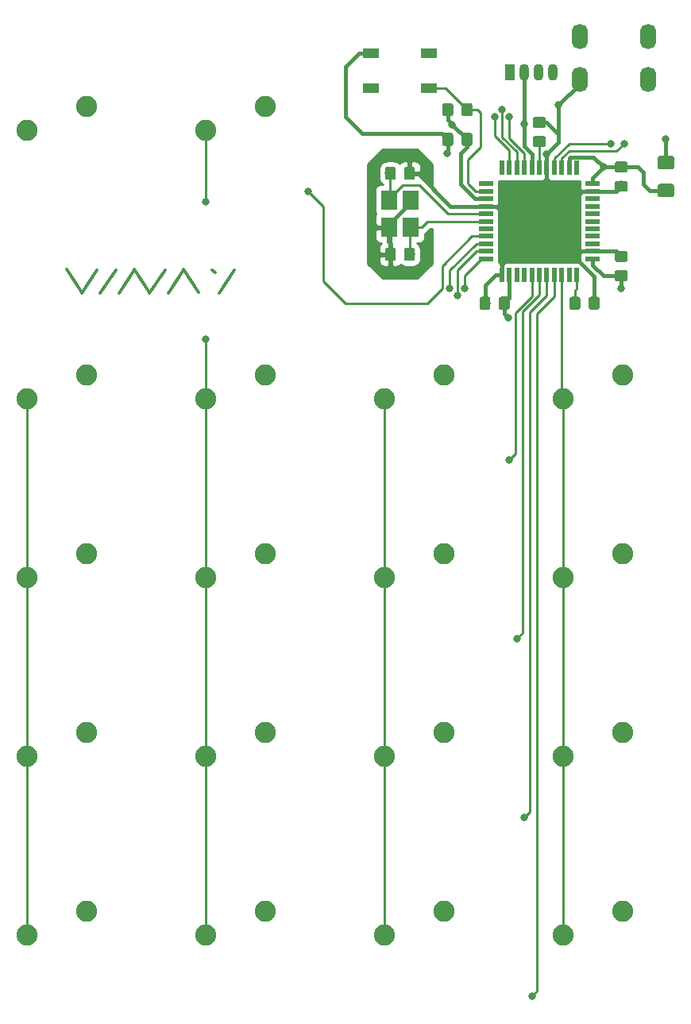
<source format=gtl>
G04 #@! TF.GenerationSoftware,KiCad,Pcbnew,(5.1.2)-2*
G04 #@! TF.CreationDate,2019-08-16T13:43:52-05:00*
G04 #@! TF.ProjectId,rootpad,726f6f74-7061-4642-9e6b-696361645f70,rev?*
G04 #@! TF.SameCoordinates,Original*
G04 #@! TF.FileFunction,Copper,L1,Top*
G04 #@! TF.FilePolarity,Positive*
%FSLAX46Y46*%
G04 Gerber Fmt 4.6, Leading zero omitted, Abs format (unit mm)*
G04 Created by KiCad (PCBNEW (5.1.2)-2) date 2019-08-16 13:43:52*
%MOMM*%
%LPD*%
G04 APERTURE LIST*
%ADD10C,0.350000*%
%ADD11O,1.070000X1.800000*%
%ADD12R,1.070000X1.800000*%
%ADD13R,1.800000X1.100000*%
%ADD14O,1.700000X2.700000*%
%ADD15R,1.800000X2.100000*%
%ADD16R,1.500000X0.550000*%
%ADD17R,0.550000X1.500000*%
%ADD18C,0.100000*%
%ADD19C,1.150000*%
%ADD20C,2.250000*%
%ADD21C,1.425000*%
%ADD22C,0.800000*%
%ADD23C,0.381000*%
%ADD24C,0.254000*%
G04 APERTURE END LIST*
D10*
X130561904Y-72597321D02*
X132190476Y-75040178D01*
X133819047Y-72687797D02*
X132190476Y-75130654D01*
X135809523Y-72687797D02*
X134180952Y-75130654D01*
X137800000Y-72687797D02*
X136171428Y-75130654D01*
X137800000Y-72597321D02*
X139428571Y-75040178D01*
X141057142Y-72687797D02*
X139428571Y-75130654D01*
X143047619Y-72687797D02*
X141419047Y-75130654D01*
X143047619Y-72597321D02*
X144676190Y-75040178D01*
X146123809Y-72687797D02*
X146395238Y-72959226D01*
X148476190Y-72687797D02*
X146847619Y-75130654D01*
D11*
X182435500Y-51562000D03*
X180911500Y-51562000D03*
X179387500Y-51562000D03*
D12*
X177863500Y-51562000D03*
D13*
X163016000Y-49585000D03*
X169216000Y-53285000D03*
X163016000Y-53285000D03*
X169216000Y-49585000D03*
D14*
X185262500Y-47815500D03*
X192562500Y-47815500D03*
X192562500Y-52315500D03*
X185262500Y-52315500D03*
D15*
X164966000Y-68125000D03*
X164966000Y-65225000D03*
X167266000Y-65225000D03*
X167266000Y-68125000D03*
D16*
X186676270Y-63470020D03*
X186676270Y-64270020D03*
X186676270Y-65070020D03*
X186676270Y-65870020D03*
X186676270Y-66670020D03*
X186676270Y-67470020D03*
X186676270Y-68270020D03*
X186676270Y-69070020D03*
X186676270Y-69870020D03*
X186676270Y-70670020D03*
X186676270Y-71470020D03*
D17*
X184976270Y-73170020D03*
X184176270Y-73170020D03*
X183376270Y-73170020D03*
X182576270Y-73170020D03*
X181776270Y-73170020D03*
X180976270Y-73170020D03*
X180176270Y-73170020D03*
X179376270Y-73170020D03*
X178576270Y-73170020D03*
X177776270Y-73170020D03*
X176976270Y-73170020D03*
D16*
X175276270Y-71470020D03*
X175276270Y-70670020D03*
X175276270Y-69870020D03*
X175276270Y-69070020D03*
X175276270Y-68270020D03*
X175276270Y-67470020D03*
X175276270Y-66670020D03*
X175276270Y-65870020D03*
X175276270Y-65070020D03*
X175276270Y-64270020D03*
X175276270Y-63470020D03*
D17*
X176976270Y-61770020D03*
X177776270Y-61770020D03*
X178576270Y-61770020D03*
X179376270Y-61770020D03*
X180176270Y-61770020D03*
X180976270Y-61770020D03*
X181776270Y-61770020D03*
X182576270Y-61770020D03*
X183376270Y-61770020D03*
X184176270Y-61770020D03*
X184976270Y-61770020D03*
D18*
G36*
X185117775Y-75502474D02*
G01*
X185142043Y-75506074D01*
X185165842Y-75512035D01*
X185188941Y-75520300D01*
X185211120Y-75530790D01*
X185232163Y-75543402D01*
X185251869Y-75558017D01*
X185270047Y-75574493D01*
X185286523Y-75592671D01*
X185301138Y-75612377D01*
X185313750Y-75633420D01*
X185324240Y-75655599D01*
X185332505Y-75678698D01*
X185338466Y-75702497D01*
X185342066Y-75726765D01*
X185343270Y-75751269D01*
X185343270Y-76651271D01*
X185342066Y-76675775D01*
X185338466Y-76700043D01*
X185332505Y-76723842D01*
X185324240Y-76746941D01*
X185313750Y-76769120D01*
X185301138Y-76790163D01*
X185286523Y-76809869D01*
X185270047Y-76828047D01*
X185251869Y-76844523D01*
X185232163Y-76859138D01*
X185211120Y-76871750D01*
X185188941Y-76882240D01*
X185165842Y-76890505D01*
X185142043Y-76896466D01*
X185117775Y-76900066D01*
X185093271Y-76901270D01*
X184443269Y-76901270D01*
X184418765Y-76900066D01*
X184394497Y-76896466D01*
X184370698Y-76890505D01*
X184347599Y-76882240D01*
X184325420Y-76871750D01*
X184304377Y-76859138D01*
X184284671Y-76844523D01*
X184266493Y-76828047D01*
X184250017Y-76809869D01*
X184235402Y-76790163D01*
X184222790Y-76769120D01*
X184212300Y-76746941D01*
X184204035Y-76723842D01*
X184198074Y-76700043D01*
X184194474Y-76675775D01*
X184193270Y-76651271D01*
X184193270Y-75751269D01*
X184194474Y-75726765D01*
X184198074Y-75702497D01*
X184204035Y-75678698D01*
X184212300Y-75655599D01*
X184222790Y-75633420D01*
X184235402Y-75612377D01*
X184250017Y-75592671D01*
X184266493Y-75574493D01*
X184284671Y-75558017D01*
X184304377Y-75543402D01*
X184325420Y-75530790D01*
X184347599Y-75520300D01*
X184370698Y-75512035D01*
X184394497Y-75506074D01*
X184418765Y-75502474D01*
X184443269Y-75501270D01*
X185093271Y-75501270D01*
X185117775Y-75502474D01*
X185117775Y-75502474D01*
G37*
D19*
X184768270Y-76201270D03*
D18*
G36*
X187167775Y-75502474D02*
G01*
X187192043Y-75506074D01*
X187215842Y-75512035D01*
X187238941Y-75520300D01*
X187261120Y-75530790D01*
X187282163Y-75543402D01*
X187301869Y-75558017D01*
X187320047Y-75574493D01*
X187336523Y-75592671D01*
X187351138Y-75612377D01*
X187363750Y-75633420D01*
X187374240Y-75655599D01*
X187382505Y-75678698D01*
X187388466Y-75702497D01*
X187392066Y-75726765D01*
X187393270Y-75751269D01*
X187393270Y-76651271D01*
X187392066Y-76675775D01*
X187388466Y-76700043D01*
X187382505Y-76723842D01*
X187374240Y-76746941D01*
X187363750Y-76769120D01*
X187351138Y-76790163D01*
X187336523Y-76809869D01*
X187320047Y-76828047D01*
X187301869Y-76844523D01*
X187282163Y-76859138D01*
X187261120Y-76871750D01*
X187238941Y-76882240D01*
X187215842Y-76890505D01*
X187192043Y-76896466D01*
X187167775Y-76900066D01*
X187143271Y-76901270D01*
X186493269Y-76901270D01*
X186468765Y-76900066D01*
X186444497Y-76896466D01*
X186420698Y-76890505D01*
X186397599Y-76882240D01*
X186375420Y-76871750D01*
X186354377Y-76859138D01*
X186334671Y-76844523D01*
X186316493Y-76828047D01*
X186300017Y-76809869D01*
X186285402Y-76790163D01*
X186272790Y-76769120D01*
X186262300Y-76746941D01*
X186254035Y-76723842D01*
X186248074Y-76700043D01*
X186244474Y-76675775D01*
X186243270Y-76651271D01*
X186243270Y-75751269D01*
X186244474Y-75726765D01*
X186248074Y-75702497D01*
X186254035Y-75678698D01*
X186262300Y-75655599D01*
X186272790Y-75633420D01*
X186285402Y-75612377D01*
X186300017Y-75592671D01*
X186316493Y-75574493D01*
X186334671Y-75558017D01*
X186354377Y-75543402D01*
X186375420Y-75530790D01*
X186397599Y-75520300D01*
X186420698Y-75512035D01*
X186444497Y-75506074D01*
X186468765Y-75502474D01*
X186493269Y-75501270D01*
X187143271Y-75501270D01*
X187167775Y-75502474D01*
X187167775Y-75502474D01*
G37*
D19*
X186818270Y-76201270D03*
D18*
G36*
X173619525Y-54864974D02*
G01*
X173643793Y-54868574D01*
X173667592Y-54874535D01*
X173690691Y-54882800D01*
X173712870Y-54893290D01*
X173733913Y-54905902D01*
X173753619Y-54920517D01*
X173771797Y-54936993D01*
X173788273Y-54955171D01*
X173802888Y-54974877D01*
X173815500Y-54995920D01*
X173825990Y-55018099D01*
X173834255Y-55041198D01*
X173840216Y-55064997D01*
X173843816Y-55089265D01*
X173845020Y-55113769D01*
X173845020Y-56013771D01*
X173843816Y-56038275D01*
X173840216Y-56062543D01*
X173834255Y-56086342D01*
X173825990Y-56109441D01*
X173815500Y-56131620D01*
X173802888Y-56152663D01*
X173788273Y-56172369D01*
X173771797Y-56190547D01*
X173753619Y-56207023D01*
X173733913Y-56221638D01*
X173712870Y-56234250D01*
X173690691Y-56244740D01*
X173667592Y-56253005D01*
X173643793Y-56258966D01*
X173619525Y-56262566D01*
X173595021Y-56263770D01*
X172945019Y-56263770D01*
X172920515Y-56262566D01*
X172896247Y-56258966D01*
X172872448Y-56253005D01*
X172849349Y-56244740D01*
X172827170Y-56234250D01*
X172806127Y-56221638D01*
X172786421Y-56207023D01*
X172768243Y-56190547D01*
X172751767Y-56172369D01*
X172737152Y-56152663D01*
X172724540Y-56131620D01*
X172714050Y-56109441D01*
X172705785Y-56086342D01*
X172699824Y-56062543D01*
X172696224Y-56038275D01*
X172695020Y-56013771D01*
X172695020Y-55113769D01*
X172696224Y-55089265D01*
X172699824Y-55064997D01*
X172705785Y-55041198D01*
X172714050Y-55018099D01*
X172724540Y-54995920D01*
X172737152Y-54974877D01*
X172751767Y-54955171D01*
X172768243Y-54936993D01*
X172786421Y-54920517D01*
X172806127Y-54905902D01*
X172827170Y-54893290D01*
X172849349Y-54882800D01*
X172872448Y-54874535D01*
X172896247Y-54868574D01*
X172920515Y-54864974D01*
X172945019Y-54863770D01*
X173595021Y-54863770D01*
X173619525Y-54864974D01*
X173619525Y-54864974D01*
G37*
D19*
X173270020Y-55563770D03*
D18*
G36*
X171569525Y-54864974D02*
G01*
X171593793Y-54868574D01*
X171617592Y-54874535D01*
X171640691Y-54882800D01*
X171662870Y-54893290D01*
X171683913Y-54905902D01*
X171703619Y-54920517D01*
X171721797Y-54936993D01*
X171738273Y-54955171D01*
X171752888Y-54974877D01*
X171765500Y-54995920D01*
X171775990Y-55018099D01*
X171784255Y-55041198D01*
X171790216Y-55064997D01*
X171793816Y-55089265D01*
X171795020Y-55113769D01*
X171795020Y-56013771D01*
X171793816Y-56038275D01*
X171790216Y-56062543D01*
X171784255Y-56086342D01*
X171775990Y-56109441D01*
X171765500Y-56131620D01*
X171752888Y-56152663D01*
X171738273Y-56172369D01*
X171721797Y-56190547D01*
X171703619Y-56207023D01*
X171683913Y-56221638D01*
X171662870Y-56234250D01*
X171640691Y-56244740D01*
X171617592Y-56253005D01*
X171593793Y-56258966D01*
X171569525Y-56262566D01*
X171545021Y-56263770D01*
X170895019Y-56263770D01*
X170870515Y-56262566D01*
X170846247Y-56258966D01*
X170822448Y-56253005D01*
X170799349Y-56244740D01*
X170777170Y-56234250D01*
X170756127Y-56221638D01*
X170736421Y-56207023D01*
X170718243Y-56190547D01*
X170701767Y-56172369D01*
X170687152Y-56152663D01*
X170674540Y-56131620D01*
X170664050Y-56109441D01*
X170655785Y-56086342D01*
X170649824Y-56062543D01*
X170646224Y-56038275D01*
X170645020Y-56013771D01*
X170645020Y-55113769D01*
X170646224Y-55089265D01*
X170649824Y-55064997D01*
X170655785Y-55041198D01*
X170664050Y-55018099D01*
X170674540Y-54995920D01*
X170687152Y-54974877D01*
X170701767Y-54955171D01*
X170718243Y-54936993D01*
X170736421Y-54920517D01*
X170756127Y-54905902D01*
X170777170Y-54893290D01*
X170799349Y-54882800D01*
X170822448Y-54874535D01*
X170846247Y-54868574D01*
X170870515Y-54864974D01*
X170895019Y-54863770D01*
X171545021Y-54863770D01*
X171569525Y-54864974D01*
X171569525Y-54864974D01*
G37*
D19*
X171220020Y-55563770D03*
D20*
X183516270Y-143511270D03*
X189866270Y-140971270D03*
X164466270Y-143511270D03*
X170816270Y-140971270D03*
X145416270Y-143511270D03*
X151766270Y-140971270D03*
X126366270Y-143511270D03*
X132716270Y-140971270D03*
X183516270Y-124461270D03*
X189866270Y-121921270D03*
X164466270Y-124461270D03*
X170816270Y-121921270D03*
X145416270Y-124461270D03*
X151766270Y-121921270D03*
X126366270Y-124461270D03*
X132716270Y-121921270D03*
X183516270Y-105411270D03*
X189866270Y-102871270D03*
X164466270Y-105411270D03*
X170816270Y-102871270D03*
X145416270Y-105411270D03*
X151766270Y-102871270D03*
X126366270Y-105411270D03*
X132716270Y-102871270D03*
X183516270Y-86361270D03*
X189866270Y-83821270D03*
X164466270Y-86361270D03*
X170816270Y-83821270D03*
X145416270Y-86361270D03*
X151766270Y-83821270D03*
X126366270Y-86361270D03*
X132716270Y-83821270D03*
X145416270Y-57786270D03*
X151766270Y-55246270D03*
X126366270Y-57786270D03*
X132716270Y-55246270D03*
D18*
G36*
X195119524Y-60508724D02*
G01*
X195143793Y-60512324D01*
X195167591Y-60518285D01*
X195190691Y-60526550D01*
X195212869Y-60537040D01*
X195233913Y-60549653D01*
X195253618Y-60564267D01*
X195271797Y-60580743D01*
X195288273Y-60598922D01*
X195302887Y-60618627D01*
X195315500Y-60639671D01*
X195325990Y-60661849D01*
X195334255Y-60684949D01*
X195340216Y-60708747D01*
X195343816Y-60733016D01*
X195345020Y-60757520D01*
X195345020Y-61682520D01*
X195343816Y-61707024D01*
X195340216Y-61731293D01*
X195334255Y-61755091D01*
X195325990Y-61778191D01*
X195315500Y-61800369D01*
X195302887Y-61821413D01*
X195288273Y-61841118D01*
X195271797Y-61859297D01*
X195253618Y-61875773D01*
X195233913Y-61890387D01*
X195212869Y-61903000D01*
X195190691Y-61913490D01*
X195167591Y-61921755D01*
X195143793Y-61927716D01*
X195119524Y-61931316D01*
X195095020Y-61932520D01*
X193845020Y-61932520D01*
X193820516Y-61931316D01*
X193796247Y-61927716D01*
X193772449Y-61921755D01*
X193749349Y-61913490D01*
X193727171Y-61903000D01*
X193706127Y-61890387D01*
X193686422Y-61875773D01*
X193668243Y-61859297D01*
X193651767Y-61841118D01*
X193637153Y-61821413D01*
X193624540Y-61800369D01*
X193614050Y-61778191D01*
X193605785Y-61755091D01*
X193599824Y-61731293D01*
X193596224Y-61707024D01*
X193595020Y-61682520D01*
X193595020Y-60757520D01*
X193596224Y-60733016D01*
X193599824Y-60708747D01*
X193605785Y-60684949D01*
X193614050Y-60661849D01*
X193624540Y-60639671D01*
X193637153Y-60618627D01*
X193651767Y-60598922D01*
X193668243Y-60580743D01*
X193686422Y-60564267D01*
X193706127Y-60549653D01*
X193727171Y-60537040D01*
X193749349Y-60526550D01*
X193772449Y-60518285D01*
X193796247Y-60512324D01*
X193820516Y-60508724D01*
X193845020Y-60507520D01*
X195095020Y-60507520D01*
X195119524Y-60508724D01*
X195119524Y-60508724D01*
G37*
D21*
X194470020Y-61220020D03*
D18*
G36*
X195119524Y-63483724D02*
G01*
X195143793Y-63487324D01*
X195167591Y-63493285D01*
X195190691Y-63501550D01*
X195212869Y-63512040D01*
X195233913Y-63524653D01*
X195253618Y-63539267D01*
X195271797Y-63555743D01*
X195288273Y-63573922D01*
X195302887Y-63593627D01*
X195315500Y-63614671D01*
X195325990Y-63636849D01*
X195334255Y-63659949D01*
X195340216Y-63683747D01*
X195343816Y-63708016D01*
X195345020Y-63732520D01*
X195345020Y-64657520D01*
X195343816Y-64682024D01*
X195340216Y-64706293D01*
X195334255Y-64730091D01*
X195325990Y-64753191D01*
X195315500Y-64775369D01*
X195302887Y-64796413D01*
X195288273Y-64816118D01*
X195271797Y-64834297D01*
X195253618Y-64850773D01*
X195233913Y-64865387D01*
X195212869Y-64878000D01*
X195190691Y-64888490D01*
X195167591Y-64896755D01*
X195143793Y-64902716D01*
X195119524Y-64906316D01*
X195095020Y-64907520D01*
X193845020Y-64907520D01*
X193820516Y-64906316D01*
X193796247Y-64902716D01*
X193772449Y-64896755D01*
X193749349Y-64888490D01*
X193727171Y-64878000D01*
X193706127Y-64865387D01*
X193686422Y-64850773D01*
X193668243Y-64834297D01*
X193651767Y-64816118D01*
X193637153Y-64796413D01*
X193624540Y-64775369D01*
X193614050Y-64753191D01*
X193605785Y-64730091D01*
X193599824Y-64706293D01*
X193596224Y-64682024D01*
X193595020Y-64657520D01*
X193595020Y-63732520D01*
X193596224Y-63708016D01*
X193599824Y-63683747D01*
X193605785Y-63659949D01*
X193614050Y-63636849D01*
X193624540Y-63614671D01*
X193637153Y-63593627D01*
X193651767Y-63573922D01*
X193668243Y-63555743D01*
X193686422Y-63539267D01*
X193706127Y-63524653D01*
X193727171Y-63512040D01*
X193749349Y-63501550D01*
X193772449Y-63493285D01*
X193796247Y-63487324D01*
X193820516Y-63483724D01*
X193845020Y-63482520D01*
X195095020Y-63482520D01*
X195119524Y-63483724D01*
X195119524Y-63483724D01*
G37*
D21*
X194470020Y-64195020D03*
D18*
G36*
X190182025Y-63158724D02*
G01*
X190206293Y-63162324D01*
X190230092Y-63168285D01*
X190253191Y-63176550D01*
X190275370Y-63187040D01*
X190296413Y-63199652D01*
X190316119Y-63214267D01*
X190334297Y-63230743D01*
X190350773Y-63248921D01*
X190365388Y-63268627D01*
X190378000Y-63289670D01*
X190388490Y-63311849D01*
X190396755Y-63334948D01*
X190402716Y-63358747D01*
X190406316Y-63383015D01*
X190407520Y-63407519D01*
X190407520Y-64057521D01*
X190406316Y-64082025D01*
X190402716Y-64106293D01*
X190396755Y-64130092D01*
X190388490Y-64153191D01*
X190378000Y-64175370D01*
X190365388Y-64196413D01*
X190350773Y-64216119D01*
X190334297Y-64234297D01*
X190316119Y-64250773D01*
X190296413Y-64265388D01*
X190275370Y-64278000D01*
X190253191Y-64288490D01*
X190230092Y-64296755D01*
X190206293Y-64302716D01*
X190182025Y-64306316D01*
X190157521Y-64307520D01*
X189257519Y-64307520D01*
X189233015Y-64306316D01*
X189208747Y-64302716D01*
X189184948Y-64296755D01*
X189161849Y-64288490D01*
X189139670Y-64278000D01*
X189118627Y-64265388D01*
X189098921Y-64250773D01*
X189080743Y-64234297D01*
X189064267Y-64216119D01*
X189049652Y-64196413D01*
X189037040Y-64175370D01*
X189026550Y-64153191D01*
X189018285Y-64130092D01*
X189012324Y-64106293D01*
X189008724Y-64082025D01*
X189007520Y-64057521D01*
X189007520Y-63407519D01*
X189008724Y-63383015D01*
X189012324Y-63358747D01*
X189018285Y-63334948D01*
X189026550Y-63311849D01*
X189037040Y-63289670D01*
X189049652Y-63268627D01*
X189064267Y-63248921D01*
X189080743Y-63230743D01*
X189098921Y-63214267D01*
X189118627Y-63199652D01*
X189139670Y-63187040D01*
X189161849Y-63176550D01*
X189184948Y-63168285D01*
X189208747Y-63162324D01*
X189233015Y-63158724D01*
X189257519Y-63157520D01*
X190157521Y-63157520D01*
X190182025Y-63158724D01*
X190182025Y-63158724D01*
G37*
D19*
X189707520Y-63732520D03*
D18*
G36*
X190182025Y-61108724D02*
G01*
X190206293Y-61112324D01*
X190230092Y-61118285D01*
X190253191Y-61126550D01*
X190275370Y-61137040D01*
X190296413Y-61149652D01*
X190316119Y-61164267D01*
X190334297Y-61180743D01*
X190350773Y-61198921D01*
X190365388Y-61218627D01*
X190378000Y-61239670D01*
X190388490Y-61261849D01*
X190396755Y-61284948D01*
X190402716Y-61308747D01*
X190406316Y-61333015D01*
X190407520Y-61357519D01*
X190407520Y-62007521D01*
X190406316Y-62032025D01*
X190402716Y-62056293D01*
X190396755Y-62080092D01*
X190388490Y-62103191D01*
X190378000Y-62125370D01*
X190365388Y-62146413D01*
X190350773Y-62166119D01*
X190334297Y-62184297D01*
X190316119Y-62200773D01*
X190296413Y-62215388D01*
X190275370Y-62228000D01*
X190253191Y-62238490D01*
X190230092Y-62246755D01*
X190206293Y-62252716D01*
X190182025Y-62256316D01*
X190157521Y-62257520D01*
X189257519Y-62257520D01*
X189233015Y-62256316D01*
X189208747Y-62252716D01*
X189184948Y-62246755D01*
X189161849Y-62238490D01*
X189139670Y-62228000D01*
X189118627Y-62215388D01*
X189098921Y-62200773D01*
X189080743Y-62184297D01*
X189064267Y-62166119D01*
X189049652Y-62146413D01*
X189037040Y-62125370D01*
X189026550Y-62103191D01*
X189018285Y-62080092D01*
X189012324Y-62056293D01*
X189008724Y-62032025D01*
X189007520Y-62007521D01*
X189007520Y-61357519D01*
X189008724Y-61333015D01*
X189012324Y-61308747D01*
X189018285Y-61284948D01*
X189026550Y-61261849D01*
X189037040Y-61239670D01*
X189049652Y-61218627D01*
X189064267Y-61198921D01*
X189080743Y-61180743D01*
X189098921Y-61164267D01*
X189118627Y-61149652D01*
X189139670Y-61137040D01*
X189161849Y-61126550D01*
X189184948Y-61118285D01*
X189208747Y-61112324D01*
X189233015Y-61108724D01*
X189257519Y-61107520D01*
X190157521Y-61107520D01*
X190182025Y-61108724D01*
X190182025Y-61108724D01*
G37*
D19*
X189707520Y-61682520D03*
D18*
G36*
X190182025Y-70633724D02*
G01*
X190206293Y-70637324D01*
X190230092Y-70643285D01*
X190253191Y-70651550D01*
X190275370Y-70662040D01*
X190296413Y-70674652D01*
X190316119Y-70689267D01*
X190334297Y-70705743D01*
X190350773Y-70723921D01*
X190365388Y-70743627D01*
X190378000Y-70764670D01*
X190388490Y-70786849D01*
X190396755Y-70809948D01*
X190402716Y-70833747D01*
X190406316Y-70858015D01*
X190407520Y-70882519D01*
X190407520Y-71532521D01*
X190406316Y-71557025D01*
X190402716Y-71581293D01*
X190396755Y-71605092D01*
X190388490Y-71628191D01*
X190378000Y-71650370D01*
X190365388Y-71671413D01*
X190350773Y-71691119D01*
X190334297Y-71709297D01*
X190316119Y-71725773D01*
X190296413Y-71740388D01*
X190275370Y-71753000D01*
X190253191Y-71763490D01*
X190230092Y-71771755D01*
X190206293Y-71777716D01*
X190182025Y-71781316D01*
X190157521Y-71782520D01*
X189257519Y-71782520D01*
X189233015Y-71781316D01*
X189208747Y-71777716D01*
X189184948Y-71771755D01*
X189161849Y-71763490D01*
X189139670Y-71753000D01*
X189118627Y-71740388D01*
X189098921Y-71725773D01*
X189080743Y-71709297D01*
X189064267Y-71691119D01*
X189049652Y-71671413D01*
X189037040Y-71650370D01*
X189026550Y-71628191D01*
X189018285Y-71605092D01*
X189012324Y-71581293D01*
X189008724Y-71557025D01*
X189007520Y-71532521D01*
X189007520Y-70882519D01*
X189008724Y-70858015D01*
X189012324Y-70833747D01*
X189018285Y-70809948D01*
X189026550Y-70786849D01*
X189037040Y-70764670D01*
X189049652Y-70743627D01*
X189064267Y-70723921D01*
X189080743Y-70705743D01*
X189098921Y-70689267D01*
X189118627Y-70674652D01*
X189139670Y-70662040D01*
X189161849Y-70651550D01*
X189184948Y-70643285D01*
X189208747Y-70637324D01*
X189233015Y-70633724D01*
X189257519Y-70632520D01*
X190157521Y-70632520D01*
X190182025Y-70633724D01*
X190182025Y-70633724D01*
G37*
D19*
X189707520Y-71207520D03*
D18*
G36*
X190182025Y-72683724D02*
G01*
X190206293Y-72687324D01*
X190230092Y-72693285D01*
X190253191Y-72701550D01*
X190275370Y-72712040D01*
X190296413Y-72724652D01*
X190316119Y-72739267D01*
X190334297Y-72755743D01*
X190350773Y-72773921D01*
X190365388Y-72793627D01*
X190378000Y-72814670D01*
X190388490Y-72836849D01*
X190396755Y-72859948D01*
X190402716Y-72883747D01*
X190406316Y-72908015D01*
X190407520Y-72932519D01*
X190407520Y-73582521D01*
X190406316Y-73607025D01*
X190402716Y-73631293D01*
X190396755Y-73655092D01*
X190388490Y-73678191D01*
X190378000Y-73700370D01*
X190365388Y-73721413D01*
X190350773Y-73741119D01*
X190334297Y-73759297D01*
X190316119Y-73775773D01*
X190296413Y-73790388D01*
X190275370Y-73803000D01*
X190253191Y-73813490D01*
X190230092Y-73821755D01*
X190206293Y-73827716D01*
X190182025Y-73831316D01*
X190157521Y-73832520D01*
X189257519Y-73832520D01*
X189233015Y-73831316D01*
X189208747Y-73827716D01*
X189184948Y-73821755D01*
X189161849Y-73813490D01*
X189139670Y-73803000D01*
X189118627Y-73790388D01*
X189098921Y-73775773D01*
X189080743Y-73759297D01*
X189064267Y-73741119D01*
X189049652Y-73721413D01*
X189037040Y-73700370D01*
X189026550Y-73678191D01*
X189018285Y-73655092D01*
X189012324Y-73631293D01*
X189008724Y-73607025D01*
X189007520Y-73582521D01*
X189007520Y-72932519D01*
X189008724Y-72908015D01*
X189012324Y-72883747D01*
X189018285Y-72859948D01*
X189026550Y-72836849D01*
X189037040Y-72814670D01*
X189049652Y-72793627D01*
X189064267Y-72773921D01*
X189080743Y-72755743D01*
X189098921Y-72739267D01*
X189118627Y-72724652D01*
X189139670Y-72712040D01*
X189161849Y-72701550D01*
X189184948Y-72693285D01*
X189208747Y-72687324D01*
X189233015Y-72683724D01*
X189257519Y-72682520D01*
X190157521Y-72682520D01*
X190182025Y-72683724D01*
X190182025Y-72683724D01*
G37*
D19*
X189707520Y-73257520D03*
D18*
G36*
X175538275Y-75502474D02*
G01*
X175562543Y-75506074D01*
X175586342Y-75512035D01*
X175609441Y-75520300D01*
X175631620Y-75530790D01*
X175652663Y-75543402D01*
X175672369Y-75558017D01*
X175690547Y-75574493D01*
X175707023Y-75592671D01*
X175721638Y-75612377D01*
X175734250Y-75633420D01*
X175744740Y-75655599D01*
X175753005Y-75678698D01*
X175758966Y-75702497D01*
X175762566Y-75726765D01*
X175763770Y-75751269D01*
X175763770Y-76651271D01*
X175762566Y-76675775D01*
X175758966Y-76700043D01*
X175753005Y-76723842D01*
X175744740Y-76746941D01*
X175734250Y-76769120D01*
X175721638Y-76790163D01*
X175707023Y-76809869D01*
X175690547Y-76828047D01*
X175672369Y-76844523D01*
X175652663Y-76859138D01*
X175631620Y-76871750D01*
X175609441Y-76882240D01*
X175586342Y-76890505D01*
X175562543Y-76896466D01*
X175538275Y-76900066D01*
X175513771Y-76901270D01*
X174863769Y-76901270D01*
X174839265Y-76900066D01*
X174814997Y-76896466D01*
X174791198Y-76890505D01*
X174768099Y-76882240D01*
X174745920Y-76871750D01*
X174724877Y-76859138D01*
X174705171Y-76844523D01*
X174686993Y-76828047D01*
X174670517Y-76809869D01*
X174655902Y-76790163D01*
X174643290Y-76769120D01*
X174632800Y-76746941D01*
X174624535Y-76723842D01*
X174618574Y-76700043D01*
X174614974Y-76675775D01*
X174613770Y-76651271D01*
X174613770Y-75751269D01*
X174614974Y-75726765D01*
X174618574Y-75702497D01*
X174624535Y-75678698D01*
X174632800Y-75655599D01*
X174643290Y-75633420D01*
X174655902Y-75612377D01*
X174670517Y-75592671D01*
X174686993Y-75574493D01*
X174705171Y-75558017D01*
X174724877Y-75543402D01*
X174745920Y-75530790D01*
X174768099Y-75520300D01*
X174791198Y-75512035D01*
X174814997Y-75506074D01*
X174839265Y-75502474D01*
X174863769Y-75501270D01*
X175513771Y-75501270D01*
X175538275Y-75502474D01*
X175538275Y-75502474D01*
G37*
D19*
X175188770Y-76201270D03*
D18*
G36*
X177588275Y-75502474D02*
G01*
X177612543Y-75506074D01*
X177636342Y-75512035D01*
X177659441Y-75520300D01*
X177681620Y-75530790D01*
X177702663Y-75543402D01*
X177722369Y-75558017D01*
X177740547Y-75574493D01*
X177757023Y-75592671D01*
X177771638Y-75612377D01*
X177784250Y-75633420D01*
X177794740Y-75655599D01*
X177803005Y-75678698D01*
X177808966Y-75702497D01*
X177812566Y-75726765D01*
X177813770Y-75751269D01*
X177813770Y-76651271D01*
X177812566Y-76675775D01*
X177808966Y-76700043D01*
X177803005Y-76723842D01*
X177794740Y-76746941D01*
X177784250Y-76769120D01*
X177771638Y-76790163D01*
X177757023Y-76809869D01*
X177740547Y-76828047D01*
X177722369Y-76844523D01*
X177702663Y-76859138D01*
X177681620Y-76871750D01*
X177659441Y-76882240D01*
X177636342Y-76890505D01*
X177612543Y-76896466D01*
X177588275Y-76900066D01*
X177563771Y-76901270D01*
X176913769Y-76901270D01*
X176889265Y-76900066D01*
X176864997Y-76896466D01*
X176841198Y-76890505D01*
X176818099Y-76882240D01*
X176795920Y-76871750D01*
X176774877Y-76859138D01*
X176755171Y-76844523D01*
X176736993Y-76828047D01*
X176720517Y-76809869D01*
X176705902Y-76790163D01*
X176693290Y-76769120D01*
X176682800Y-76746941D01*
X176674535Y-76723842D01*
X176668574Y-76700043D01*
X176664974Y-76675775D01*
X176663770Y-76651271D01*
X176663770Y-75751269D01*
X176664974Y-75726765D01*
X176668574Y-75702497D01*
X176674535Y-75678698D01*
X176682800Y-75655599D01*
X176693290Y-75633420D01*
X176705902Y-75612377D01*
X176720517Y-75592671D01*
X176736993Y-75574493D01*
X176755171Y-75558017D01*
X176774877Y-75543402D01*
X176795920Y-75530790D01*
X176818099Y-75520300D01*
X176841198Y-75512035D01*
X176864997Y-75506074D01*
X176889265Y-75502474D01*
X176913769Y-75501270D01*
X177563771Y-75501270D01*
X177588275Y-75502474D01*
X177588275Y-75502474D01*
G37*
D19*
X177238770Y-76201270D03*
D18*
G36*
X171569525Y-58039974D02*
G01*
X171593793Y-58043574D01*
X171617592Y-58049535D01*
X171640691Y-58057800D01*
X171662870Y-58068290D01*
X171683913Y-58080902D01*
X171703619Y-58095517D01*
X171721797Y-58111993D01*
X171738273Y-58130171D01*
X171752888Y-58149877D01*
X171765500Y-58170920D01*
X171775990Y-58193099D01*
X171784255Y-58216198D01*
X171790216Y-58239997D01*
X171793816Y-58264265D01*
X171795020Y-58288769D01*
X171795020Y-59188771D01*
X171793816Y-59213275D01*
X171790216Y-59237543D01*
X171784255Y-59261342D01*
X171775990Y-59284441D01*
X171765500Y-59306620D01*
X171752888Y-59327663D01*
X171738273Y-59347369D01*
X171721797Y-59365547D01*
X171703619Y-59382023D01*
X171683913Y-59396638D01*
X171662870Y-59409250D01*
X171640691Y-59419740D01*
X171617592Y-59428005D01*
X171593793Y-59433966D01*
X171569525Y-59437566D01*
X171545021Y-59438770D01*
X170895019Y-59438770D01*
X170870515Y-59437566D01*
X170846247Y-59433966D01*
X170822448Y-59428005D01*
X170799349Y-59419740D01*
X170777170Y-59409250D01*
X170756127Y-59396638D01*
X170736421Y-59382023D01*
X170718243Y-59365547D01*
X170701767Y-59347369D01*
X170687152Y-59327663D01*
X170674540Y-59306620D01*
X170664050Y-59284441D01*
X170655785Y-59261342D01*
X170649824Y-59237543D01*
X170646224Y-59213275D01*
X170645020Y-59188771D01*
X170645020Y-58288769D01*
X170646224Y-58264265D01*
X170649824Y-58239997D01*
X170655785Y-58216198D01*
X170664050Y-58193099D01*
X170674540Y-58170920D01*
X170687152Y-58149877D01*
X170701767Y-58130171D01*
X170718243Y-58111993D01*
X170736421Y-58095517D01*
X170756127Y-58080902D01*
X170777170Y-58068290D01*
X170799349Y-58057800D01*
X170822448Y-58049535D01*
X170846247Y-58043574D01*
X170870515Y-58039974D01*
X170895019Y-58038770D01*
X171545021Y-58038770D01*
X171569525Y-58039974D01*
X171569525Y-58039974D01*
G37*
D19*
X171220020Y-58738770D03*
D18*
G36*
X173619525Y-58039974D02*
G01*
X173643793Y-58043574D01*
X173667592Y-58049535D01*
X173690691Y-58057800D01*
X173712870Y-58068290D01*
X173733913Y-58080902D01*
X173753619Y-58095517D01*
X173771797Y-58111993D01*
X173788273Y-58130171D01*
X173802888Y-58149877D01*
X173815500Y-58170920D01*
X173825990Y-58193099D01*
X173834255Y-58216198D01*
X173840216Y-58239997D01*
X173843816Y-58264265D01*
X173845020Y-58288769D01*
X173845020Y-59188771D01*
X173843816Y-59213275D01*
X173840216Y-59237543D01*
X173834255Y-59261342D01*
X173825990Y-59284441D01*
X173815500Y-59306620D01*
X173802888Y-59327663D01*
X173788273Y-59347369D01*
X173771797Y-59365547D01*
X173753619Y-59382023D01*
X173733913Y-59396638D01*
X173712870Y-59409250D01*
X173690691Y-59419740D01*
X173667592Y-59428005D01*
X173643793Y-59433966D01*
X173619525Y-59437566D01*
X173595021Y-59438770D01*
X172945019Y-59438770D01*
X172920515Y-59437566D01*
X172896247Y-59433966D01*
X172872448Y-59428005D01*
X172849349Y-59419740D01*
X172827170Y-59409250D01*
X172806127Y-59396638D01*
X172786421Y-59382023D01*
X172768243Y-59365547D01*
X172751767Y-59347369D01*
X172737152Y-59327663D01*
X172724540Y-59306620D01*
X172714050Y-59284441D01*
X172705785Y-59261342D01*
X172699824Y-59237543D01*
X172696224Y-59213275D01*
X172695020Y-59188771D01*
X172695020Y-58288769D01*
X172696224Y-58264265D01*
X172699824Y-58239997D01*
X172705785Y-58216198D01*
X172714050Y-58193099D01*
X172724540Y-58170920D01*
X172737152Y-58149877D01*
X172751767Y-58130171D01*
X172768243Y-58111993D01*
X172786421Y-58095517D01*
X172806127Y-58080902D01*
X172827170Y-58068290D01*
X172849349Y-58057800D01*
X172872448Y-58049535D01*
X172896247Y-58043574D01*
X172920515Y-58039974D01*
X172945019Y-58038770D01*
X173595021Y-58038770D01*
X173619525Y-58039974D01*
X173619525Y-58039974D01*
G37*
D19*
X173270020Y-58738770D03*
D18*
G36*
X181450775Y-56346224D02*
G01*
X181475043Y-56349824D01*
X181498842Y-56355785D01*
X181521941Y-56364050D01*
X181544120Y-56374540D01*
X181565163Y-56387152D01*
X181584869Y-56401767D01*
X181603047Y-56418243D01*
X181619523Y-56436421D01*
X181634138Y-56456127D01*
X181646750Y-56477170D01*
X181657240Y-56499349D01*
X181665505Y-56522448D01*
X181671466Y-56546247D01*
X181675066Y-56570515D01*
X181676270Y-56595019D01*
X181676270Y-57245021D01*
X181675066Y-57269525D01*
X181671466Y-57293793D01*
X181665505Y-57317592D01*
X181657240Y-57340691D01*
X181646750Y-57362870D01*
X181634138Y-57383913D01*
X181619523Y-57403619D01*
X181603047Y-57421797D01*
X181584869Y-57438273D01*
X181565163Y-57452888D01*
X181544120Y-57465500D01*
X181521941Y-57475990D01*
X181498842Y-57484255D01*
X181475043Y-57490216D01*
X181450775Y-57493816D01*
X181426271Y-57495020D01*
X180526269Y-57495020D01*
X180501765Y-57493816D01*
X180477497Y-57490216D01*
X180453698Y-57484255D01*
X180430599Y-57475990D01*
X180408420Y-57465500D01*
X180387377Y-57452888D01*
X180367671Y-57438273D01*
X180349493Y-57421797D01*
X180333017Y-57403619D01*
X180318402Y-57383913D01*
X180305790Y-57362870D01*
X180295300Y-57340691D01*
X180287035Y-57317592D01*
X180281074Y-57293793D01*
X180277474Y-57269525D01*
X180276270Y-57245021D01*
X180276270Y-56595019D01*
X180277474Y-56570515D01*
X180281074Y-56546247D01*
X180287035Y-56522448D01*
X180295300Y-56499349D01*
X180305790Y-56477170D01*
X180318402Y-56456127D01*
X180333017Y-56436421D01*
X180349493Y-56418243D01*
X180367671Y-56401767D01*
X180387377Y-56387152D01*
X180408420Y-56374540D01*
X180430599Y-56364050D01*
X180453698Y-56355785D01*
X180477497Y-56349824D01*
X180501765Y-56346224D01*
X180526269Y-56345020D01*
X181426271Y-56345020D01*
X181450775Y-56346224D01*
X181450775Y-56346224D01*
G37*
D19*
X180976270Y-56920020D03*
D18*
G36*
X181450775Y-58396224D02*
G01*
X181475043Y-58399824D01*
X181498842Y-58405785D01*
X181521941Y-58414050D01*
X181544120Y-58424540D01*
X181565163Y-58437152D01*
X181584869Y-58451767D01*
X181603047Y-58468243D01*
X181619523Y-58486421D01*
X181634138Y-58506127D01*
X181646750Y-58527170D01*
X181657240Y-58549349D01*
X181665505Y-58572448D01*
X181671466Y-58596247D01*
X181675066Y-58620515D01*
X181676270Y-58645019D01*
X181676270Y-59295021D01*
X181675066Y-59319525D01*
X181671466Y-59343793D01*
X181665505Y-59367592D01*
X181657240Y-59390691D01*
X181646750Y-59412870D01*
X181634138Y-59433913D01*
X181619523Y-59453619D01*
X181603047Y-59471797D01*
X181584869Y-59488273D01*
X181565163Y-59502888D01*
X181544120Y-59515500D01*
X181521941Y-59525990D01*
X181498842Y-59534255D01*
X181475043Y-59540216D01*
X181450775Y-59543816D01*
X181426271Y-59545020D01*
X180526269Y-59545020D01*
X180501765Y-59543816D01*
X180477497Y-59540216D01*
X180453698Y-59534255D01*
X180430599Y-59525990D01*
X180408420Y-59515500D01*
X180387377Y-59502888D01*
X180367671Y-59488273D01*
X180349493Y-59471797D01*
X180333017Y-59453619D01*
X180318402Y-59433913D01*
X180305790Y-59412870D01*
X180295300Y-59390691D01*
X180287035Y-59367592D01*
X180281074Y-59343793D01*
X180277474Y-59319525D01*
X180276270Y-59295021D01*
X180276270Y-58645019D01*
X180277474Y-58620515D01*
X180281074Y-58596247D01*
X180287035Y-58572448D01*
X180295300Y-58549349D01*
X180305790Y-58527170D01*
X180318402Y-58506127D01*
X180333017Y-58486421D01*
X180349493Y-58468243D01*
X180367671Y-58451767D01*
X180387377Y-58437152D01*
X180408420Y-58424540D01*
X180430599Y-58414050D01*
X180453698Y-58405785D01*
X180477497Y-58399824D01*
X180501765Y-58396224D01*
X180526269Y-58395020D01*
X181426271Y-58395020D01*
X181450775Y-58396224D01*
X181450775Y-58396224D01*
G37*
D19*
X180976270Y-58970020D03*
D18*
G36*
X165440505Y-61658204D02*
G01*
X165464773Y-61661804D01*
X165488572Y-61667765D01*
X165511671Y-61676030D01*
X165533850Y-61686520D01*
X165554893Y-61699132D01*
X165574599Y-61713747D01*
X165592777Y-61730223D01*
X165609253Y-61748401D01*
X165623868Y-61768107D01*
X165636480Y-61789150D01*
X165646970Y-61811329D01*
X165655235Y-61834428D01*
X165661196Y-61858227D01*
X165664796Y-61882495D01*
X165666000Y-61906999D01*
X165666000Y-62807001D01*
X165664796Y-62831505D01*
X165661196Y-62855773D01*
X165655235Y-62879572D01*
X165646970Y-62902671D01*
X165636480Y-62924850D01*
X165623868Y-62945893D01*
X165609253Y-62965599D01*
X165592777Y-62983777D01*
X165574599Y-63000253D01*
X165554893Y-63014868D01*
X165533850Y-63027480D01*
X165511671Y-63037970D01*
X165488572Y-63046235D01*
X165464773Y-63052196D01*
X165440505Y-63055796D01*
X165416001Y-63057000D01*
X164765999Y-63057000D01*
X164741495Y-63055796D01*
X164717227Y-63052196D01*
X164693428Y-63046235D01*
X164670329Y-63037970D01*
X164648150Y-63027480D01*
X164627107Y-63014868D01*
X164607401Y-63000253D01*
X164589223Y-62983777D01*
X164572747Y-62965599D01*
X164558132Y-62945893D01*
X164545520Y-62924850D01*
X164535030Y-62902671D01*
X164526765Y-62879572D01*
X164520804Y-62855773D01*
X164517204Y-62831505D01*
X164516000Y-62807001D01*
X164516000Y-61906999D01*
X164517204Y-61882495D01*
X164520804Y-61858227D01*
X164526765Y-61834428D01*
X164535030Y-61811329D01*
X164545520Y-61789150D01*
X164558132Y-61768107D01*
X164572747Y-61748401D01*
X164589223Y-61730223D01*
X164607401Y-61713747D01*
X164627107Y-61699132D01*
X164648150Y-61686520D01*
X164670329Y-61676030D01*
X164693428Y-61667765D01*
X164717227Y-61661804D01*
X164741495Y-61658204D01*
X164765999Y-61657000D01*
X165416001Y-61657000D01*
X165440505Y-61658204D01*
X165440505Y-61658204D01*
G37*
D19*
X165091000Y-62357000D03*
D18*
G36*
X167490505Y-61658204D02*
G01*
X167514773Y-61661804D01*
X167538572Y-61667765D01*
X167561671Y-61676030D01*
X167583850Y-61686520D01*
X167604893Y-61699132D01*
X167624599Y-61713747D01*
X167642777Y-61730223D01*
X167659253Y-61748401D01*
X167673868Y-61768107D01*
X167686480Y-61789150D01*
X167696970Y-61811329D01*
X167705235Y-61834428D01*
X167711196Y-61858227D01*
X167714796Y-61882495D01*
X167716000Y-61906999D01*
X167716000Y-62807001D01*
X167714796Y-62831505D01*
X167711196Y-62855773D01*
X167705235Y-62879572D01*
X167696970Y-62902671D01*
X167686480Y-62924850D01*
X167673868Y-62945893D01*
X167659253Y-62965599D01*
X167642777Y-62983777D01*
X167624599Y-63000253D01*
X167604893Y-63014868D01*
X167583850Y-63027480D01*
X167561671Y-63037970D01*
X167538572Y-63046235D01*
X167514773Y-63052196D01*
X167490505Y-63055796D01*
X167466001Y-63057000D01*
X166815999Y-63057000D01*
X166791495Y-63055796D01*
X166767227Y-63052196D01*
X166743428Y-63046235D01*
X166720329Y-63037970D01*
X166698150Y-63027480D01*
X166677107Y-63014868D01*
X166657401Y-63000253D01*
X166639223Y-62983777D01*
X166622747Y-62965599D01*
X166608132Y-62945893D01*
X166595520Y-62924850D01*
X166585030Y-62902671D01*
X166576765Y-62879572D01*
X166570804Y-62855773D01*
X166567204Y-62831505D01*
X166566000Y-62807001D01*
X166566000Y-61906999D01*
X166567204Y-61882495D01*
X166570804Y-61858227D01*
X166576765Y-61834428D01*
X166585030Y-61811329D01*
X166595520Y-61789150D01*
X166608132Y-61768107D01*
X166622747Y-61748401D01*
X166639223Y-61730223D01*
X166657401Y-61713747D01*
X166677107Y-61699132D01*
X166698150Y-61686520D01*
X166720329Y-61676030D01*
X166743428Y-61667765D01*
X166767227Y-61661804D01*
X166791495Y-61658204D01*
X166815999Y-61657000D01*
X167466001Y-61657000D01*
X167490505Y-61658204D01*
X167490505Y-61658204D01*
G37*
D19*
X167141000Y-62357000D03*
D18*
G36*
X165440505Y-70294204D02*
G01*
X165464773Y-70297804D01*
X165488572Y-70303765D01*
X165511671Y-70312030D01*
X165533850Y-70322520D01*
X165554893Y-70335132D01*
X165574599Y-70349747D01*
X165592777Y-70366223D01*
X165609253Y-70384401D01*
X165623868Y-70404107D01*
X165636480Y-70425150D01*
X165646970Y-70447329D01*
X165655235Y-70470428D01*
X165661196Y-70494227D01*
X165664796Y-70518495D01*
X165666000Y-70542999D01*
X165666000Y-71443001D01*
X165664796Y-71467505D01*
X165661196Y-71491773D01*
X165655235Y-71515572D01*
X165646970Y-71538671D01*
X165636480Y-71560850D01*
X165623868Y-71581893D01*
X165609253Y-71601599D01*
X165592777Y-71619777D01*
X165574599Y-71636253D01*
X165554893Y-71650868D01*
X165533850Y-71663480D01*
X165511671Y-71673970D01*
X165488572Y-71682235D01*
X165464773Y-71688196D01*
X165440505Y-71691796D01*
X165416001Y-71693000D01*
X164765999Y-71693000D01*
X164741495Y-71691796D01*
X164717227Y-71688196D01*
X164693428Y-71682235D01*
X164670329Y-71673970D01*
X164648150Y-71663480D01*
X164627107Y-71650868D01*
X164607401Y-71636253D01*
X164589223Y-71619777D01*
X164572747Y-71601599D01*
X164558132Y-71581893D01*
X164545520Y-71560850D01*
X164535030Y-71538671D01*
X164526765Y-71515572D01*
X164520804Y-71491773D01*
X164517204Y-71467505D01*
X164516000Y-71443001D01*
X164516000Y-70542999D01*
X164517204Y-70518495D01*
X164520804Y-70494227D01*
X164526765Y-70470428D01*
X164535030Y-70447329D01*
X164545520Y-70425150D01*
X164558132Y-70404107D01*
X164572747Y-70384401D01*
X164589223Y-70366223D01*
X164607401Y-70349747D01*
X164627107Y-70335132D01*
X164648150Y-70322520D01*
X164670329Y-70312030D01*
X164693428Y-70303765D01*
X164717227Y-70297804D01*
X164741495Y-70294204D01*
X164765999Y-70293000D01*
X165416001Y-70293000D01*
X165440505Y-70294204D01*
X165440505Y-70294204D01*
G37*
D19*
X165091000Y-70993000D03*
D18*
G36*
X167490505Y-70294204D02*
G01*
X167514773Y-70297804D01*
X167538572Y-70303765D01*
X167561671Y-70312030D01*
X167583850Y-70322520D01*
X167604893Y-70335132D01*
X167624599Y-70349747D01*
X167642777Y-70366223D01*
X167659253Y-70384401D01*
X167673868Y-70404107D01*
X167686480Y-70425150D01*
X167696970Y-70447329D01*
X167705235Y-70470428D01*
X167711196Y-70494227D01*
X167714796Y-70518495D01*
X167716000Y-70542999D01*
X167716000Y-71443001D01*
X167714796Y-71467505D01*
X167711196Y-71491773D01*
X167705235Y-71515572D01*
X167696970Y-71538671D01*
X167686480Y-71560850D01*
X167673868Y-71581893D01*
X167659253Y-71601599D01*
X167642777Y-71619777D01*
X167624599Y-71636253D01*
X167604893Y-71650868D01*
X167583850Y-71663480D01*
X167561671Y-71673970D01*
X167538572Y-71682235D01*
X167514773Y-71688196D01*
X167490505Y-71691796D01*
X167466001Y-71693000D01*
X166815999Y-71693000D01*
X166791495Y-71691796D01*
X166767227Y-71688196D01*
X166743428Y-71682235D01*
X166720329Y-71673970D01*
X166698150Y-71663480D01*
X166677107Y-71650868D01*
X166657401Y-71636253D01*
X166639223Y-71619777D01*
X166622747Y-71601599D01*
X166608132Y-71581893D01*
X166595520Y-71560850D01*
X166585030Y-71538671D01*
X166576765Y-71515572D01*
X166570804Y-71491773D01*
X166567204Y-71467505D01*
X166566000Y-71443001D01*
X166566000Y-70542999D01*
X166567204Y-70518495D01*
X166570804Y-70494227D01*
X166576765Y-70470428D01*
X166585030Y-70447329D01*
X166595520Y-70425150D01*
X166608132Y-70404107D01*
X166622747Y-70384401D01*
X166639223Y-70366223D01*
X166657401Y-70349747D01*
X166677107Y-70335132D01*
X166698150Y-70322520D01*
X166720329Y-70312030D01*
X166743428Y-70303765D01*
X166767227Y-70297804D01*
X166791495Y-70294204D01*
X166815999Y-70293000D01*
X167466001Y-70293000D01*
X167490505Y-70294204D01*
X167490505Y-70294204D01*
G37*
D19*
X167141000Y-70993000D03*
D22*
X183008270Y-55069730D03*
X171196000Y-60198000D03*
X181776270Y-60288270D03*
X189707520Y-74613770D03*
X187807770Y-61682520D03*
X179388770Y-57130895D03*
X177671730Y-77788770D03*
X171692625Y-57161375D03*
X156368750Y-64293750D03*
X177800000Y-92868750D03*
X178595020Y-111920020D03*
X179388770Y-130970020D03*
X180181250Y-150018750D03*
X194470020Y-58738770D03*
X171450000Y-74612500D03*
X172243750Y-75406250D03*
X145415000Y-65405000D03*
X145415000Y-80010000D03*
X173037500Y-74612500D03*
X188596270Y-59183270D03*
X189993270Y-59183270D03*
X177800000Y-56340395D03*
X177006250Y-55562500D03*
X176212500Y-56340395D03*
D23*
X189170020Y-70670020D02*
X186676270Y-70670020D01*
X189707520Y-71207520D02*
X189170020Y-70670020D01*
X176320270Y-73170020D02*
X176976270Y-73170020D01*
X175188770Y-74301520D02*
X176320270Y-73170020D01*
X175188770Y-76201270D02*
X175188770Y-74301520D01*
X181776270Y-56920020D02*
X183008270Y-58152020D01*
X180976270Y-56920020D02*
X181776270Y-56920020D01*
X185545270Y-70670020D02*
X186676270Y-70670020D01*
X176976270Y-72039020D02*
X178345270Y-70670020D01*
X176976270Y-73170020D02*
X176976270Y-72039020D01*
X178345270Y-67808020D02*
X178345270Y-70670020D01*
X176407270Y-65870020D02*
X178345270Y-67808020D01*
X175276270Y-65870020D02*
X176407270Y-65870020D01*
X178345270Y-66332020D02*
X178345270Y-67808020D01*
X181776270Y-62901020D02*
X178345270Y-66332020D01*
X181776270Y-61770020D02*
X181776270Y-62901020D01*
X185545270Y-64270020D02*
X184214770Y-65600520D01*
X186676270Y-64270020D02*
X185545270Y-64270020D01*
X184214770Y-69787770D02*
X183332520Y-70670020D01*
X184214770Y-65600520D02*
X184214770Y-69787770D01*
X183332520Y-70670020D02*
X185545270Y-70670020D01*
X181776270Y-61770020D02*
X181776270Y-60288270D01*
X183008270Y-59056270D02*
X183008270Y-58152020D01*
X181776270Y-60288270D02*
X183008270Y-59056270D01*
X189170020Y-64270020D02*
X189707520Y-63732520D01*
X186676270Y-64270020D02*
X189170020Y-64270020D01*
X184148368Y-70670020D02*
X182811020Y-70670020D01*
X186818270Y-73339922D02*
X184148368Y-70670020D01*
X186818270Y-76201270D02*
X186818270Y-73339922D01*
X178345270Y-70670020D02*
X182811020Y-70670020D01*
X182811020Y-70670020D02*
X183332520Y-70670020D01*
X185262500Y-52815500D02*
X185262500Y-52315500D01*
X183008270Y-55069730D02*
X185262500Y-52815500D01*
X183008270Y-58152020D02*
X183008270Y-55069730D01*
X171220020Y-58738770D02*
X171220020Y-60173980D01*
X171220020Y-60173980D02*
X171196000Y-60198000D01*
X165091000Y-68250000D02*
X164966000Y-68125000D01*
X165091000Y-70993000D02*
X165091000Y-68250000D01*
X168021000Y-62357000D02*
X171534020Y-65870020D01*
X167141000Y-62357000D02*
X168021000Y-62357000D01*
X171534020Y-65870020D02*
X175276270Y-65870020D01*
X163685000Y-68125000D02*
X163195000Y-67635000D01*
X164966000Y-68125000D02*
X163685000Y-68125000D01*
X163195000Y-67635000D02*
X163195000Y-61468000D01*
X163195000Y-61468000D02*
X163830000Y-60833000D01*
X163830000Y-60833000D02*
X166751000Y-60833000D01*
X167141000Y-61223000D02*
X167141000Y-62357000D01*
X166751000Y-60833000D02*
X167141000Y-61223000D01*
X164966000Y-67772098D02*
X164966000Y-68125000D01*
X167266000Y-65472098D02*
X164966000Y-67772098D01*
X167266000Y-65225000D02*
X167266000Y-65472098D01*
X170596648Y-58115398D02*
X171220020Y-58738770D01*
X162096648Y-58115398D02*
X170596648Y-58115398D01*
X160337500Y-56356250D02*
X162096648Y-58115398D01*
X160337500Y-50990500D02*
X160337500Y-56356250D01*
X161743000Y-49585000D02*
X160337500Y-50990500D01*
X161743000Y-49585000D02*
X163016000Y-49585000D01*
D24*
X167141000Y-68250000D02*
X167266000Y-68125000D01*
X167141000Y-70993000D02*
X167141000Y-68250000D01*
X174272270Y-67470020D02*
X175276270Y-67470020D01*
X169074980Y-67470020D02*
X174272270Y-67470020D01*
X168420000Y-68125000D02*
X169074980Y-67470020D01*
X167266000Y-68125000D02*
X168420000Y-68125000D01*
X171249622Y-66670020D02*
X175276270Y-66670020D01*
X168206602Y-63627000D02*
X171249622Y-66670020D01*
X166414000Y-63627000D02*
X168206602Y-63627000D01*
X164966000Y-65225000D02*
X164966000Y-65075000D01*
X164966000Y-65075000D02*
X166414000Y-63627000D01*
X165091000Y-65100000D02*
X164966000Y-65225000D01*
X165091000Y-62357000D02*
X165091000Y-65100000D01*
X180976270Y-59645020D02*
X180976270Y-61770020D01*
X180976270Y-58970020D02*
X180976270Y-59645020D01*
D23*
X188907520Y-73257520D02*
X189707520Y-73257520D01*
X187807770Y-73257520D02*
X188907520Y-73257520D01*
X186676270Y-72126020D02*
X187807770Y-73257520D01*
X186676270Y-71470020D02*
X186676270Y-72126020D01*
X186676270Y-62814020D02*
X186676270Y-63470020D01*
X187807770Y-61682520D02*
X186676270Y-62814020D01*
X189707520Y-61682520D02*
X187807770Y-61682520D01*
X189793770Y-73343770D02*
X189707520Y-73257520D01*
X177238770Y-76201270D02*
X177776270Y-75663770D01*
X174145270Y-65070020D02*
X175276270Y-65070020D01*
X172603779Y-63528529D02*
X174145270Y-65070020D01*
X172603779Y-60205011D02*
X172603779Y-63528529D01*
X173270020Y-58738770D02*
X173270020Y-59538770D01*
X173270020Y-59538770D02*
X172603779Y-60205011D01*
X177776270Y-75663770D02*
X177776270Y-73170020D01*
X189707520Y-73257520D02*
X189707520Y-74613770D01*
X186754769Y-60629519D02*
X187807770Y-61682520D01*
X184292521Y-60629519D02*
X186754769Y-60629519D01*
X184176270Y-60745770D02*
X184292521Y-60629519D01*
X184176270Y-61770020D02*
X184176270Y-60745770D01*
X179388770Y-59500770D02*
X179388770Y-57130895D01*
X180176270Y-61770020D02*
X180176270Y-60288270D01*
X180176270Y-60288270D02*
X179388770Y-59500770D01*
X189707520Y-61682520D02*
X191476520Y-61682520D01*
X191476520Y-61682520D02*
X192088770Y-62294770D01*
X192088770Y-62294770D02*
X192088770Y-63501270D01*
X192782520Y-64195020D02*
X194470020Y-64195020D01*
X192088770Y-63501270D02*
X192782520Y-64195020D01*
X177238770Y-77355810D02*
X177671730Y-77788770D01*
X177238770Y-76201270D02*
X177238770Y-77355810D01*
X179388770Y-57130895D02*
X179388770Y-55817770D01*
X171220020Y-55563770D02*
X171220020Y-56688770D01*
X171220020Y-56688770D02*
X171692625Y-57161375D01*
X171692625Y-57161375D02*
X173270020Y-58738770D01*
X179387500Y-55816500D02*
X179387500Y-51562000D01*
X179388770Y-55817770D02*
X179387500Y-55816500D01*
D24*
X173817480Y-69070020D02*
X170656250Y-72231250D01*
X175276270Y-69070020D02*
X173817480Y-69070020D01*
X170656250Y-72231250D02*
X170656250Y-74612500D01*
X170656250Y-74612500D02*
X169068750Y-76200000D01*
X162718750Y-76200000D02*
X169068750Y-76200000D01*
X162718750Y-76200000D02*
X160337500Y-76200000D01*
X160337500Y-76200000D02*
X157956250Y-73818750D01*
X157956250Y-73818750D02*
X157956250Y-65881250D01*
X157956250Y-65881250D02*
X156368750Y-64293750D01*
X180176270Y-73170020D02*
X180176270Y-75474730D01*
X178436270Y-77214730D02*
X178436270Y-79564230D01*
X180176270Y-75474730D02*
X178436270Y-77214730D01*
X178436270Y-79564230D02*
X178436270Y-79373730D01*
X178436270Y-92232480D02*
X177800000Y-92868750D01*
X178436270Y-79564230D02*
X178436270Y-92232480D01*
X179198270Y-111316770D02*
X178595020Y-111920020D01*
X180976270Y-73170020D02*
X180976270Y-75316796D01*
X180976270Y-75316796D02*
X179198270Y-77094796D01*
X179198270Y-77094796D02*
X179198270Y-111316770D01*
X179957730Y-77160837D02*
X181776270Y-75342297D01*
X179957730Y-79564230D02*
X179957730Y-77160837D01*
X179957730Y-79376270D02*
X179957730Y-79564230D01*
X181776270Y-75342297D02*
X181776270Y-73170020D01*
X179957730Y-130401060D02*
X179388770Y-130970020D01*
X179957730Y-79564230D02*
X179957730Y-130401060D01*
X182576270Y-73170020D02*
X182576270Y-75487730D01*
X180722270Y-77341730D02*
X182576270Y-75487730D01*
X180722270Y-80011270D02*
X180722270Y-77341730D01*
X180722270Y-79373730D02*
X180722270Y-80011270D01*
X180722270Y-149477730D02*
X180181250Y-150018750D01*
X180722270Y-80011270D02*
X180722270Y-149477730D01*
D23*
X194470020Y-61220020D02*
X194470020Y-59910980D01*
X194470020Y-59910980D02*
X194470020Y-58738770D01*
D24*
X126366270Y-86361270D02*
X126366270Y-105411270D01*
X126366270Y-105411270D02*
X126366270Y-124461270D01*
X126366270Y-124461270D02*
X126366270Y-143511270D01*
X171450000Y-72692290D02*
X171450000Y-74612500D01*
X175276270Y-69870020D02*
X174272270Y-69870020D01*
X174272270Y-69870020D02*
X171450000Y-72692290D01*
X145416270Y-143511270D02*
X145416270Y-124461270D01*
X145416270Y-105411270D02*
X145416270Y-124461270D01*
X145416270Y-105411270D02*
X145416270Y-86361270D01*
X172243750Y-72698540D02*
X172243750Y-75406250D01*
X175276270Y-70670020D02*
X174272270Y-70670020D01*
X174272270Y-70670020D02*
X172243750Y-72698540D01*
X145416270Y-57786270D02*
X145416270Y-65403730D01*
X145416270Y-65403730D02*
X145415000Y-65405000D01*
X145415000Y-86360000D02*
X145416270Y-86361270D01*
X145415000Y-80010000D02*
X145415000Y-86360000D01*
X164466270Y-124461270D02*
X164466270Y-143511270D01*
X173037500Y-73233790D02*
X173037500Y-74612500D01*
X175276270Y-71470020D02*
X174801270Y-71470020D01*
X174801270Y-71470020D02*
X173037500Y-73233790D01*
X164466270Y-124461270D02*
X164466270Y-105411270D01*
X164466270Y-105411270D02*
X164466270Y-86361270D01*
X183516270Y-143511270D02*
X183516270Y-124461270D01*
X183516270Y-105411270D02*
X183516270Y-124461270D01*
X183516270Y-86361270D02*
X183516270Y-105411270D01*
X183376270Y-73170020D02*
X183376270Y-86221270D01*
X175276270Y-64270020D02*
X174188520Y-64270020D01*
X174188520Y-64270020D02*
X173356270Y-63437770D01*
X173356270Y-63437770D02*
X173356270Y-60897770D01*
X173356270Y-60897770D02*
X174689770Y-59564270D01*
X173270020Y-55563770D02*
X174372270Y-55563770D01*
X174689770Y-55881270D02*
X174689770Y-59564270D01*
X174372270Y-55563770D02*
X174689770Y-55881270D01*
X173270020Y-55563770D02*
X170991250Y-53285000D01*
X170991250Y-53285000D02*
X169216000Y-53285000D01*
X182576270Y-60766020D02*
X182576270Y-61770020D01*
X188596270Y-59183270D02*
X184159020Y-59183270D01*
X184159020Y-59183270D02*
X182576270Y-60766020D01*
X183376270Y-60766020D02*
X183376270Y-61770020D01*
X184155760Y-59986530D02*
X183376270Y-60766020D01*
X189190010Y-59986530D02*
X189993270Y-59183270D01*
X184155760Y-59986530D02*
X189190010Y-59986530D01*
X184768270Y-76201270D02*
X184768270Y-74849770D01*
X184976270Y-74641770D02*
X184976270Y-73170020D01*
X184768270Y-74849770D02*
X184976270Y-74641770D01*
X179376270Y-60220138D02*
X177800000Y-58643868D01*
X179376270Y-61770020D02*
X179376270Y-60220138D01*
X177800000Y-56340395D02*
X177800000Y-58643866D01*
X178576270Y-60062202D02*
X177006250Y-58492182D01*
X178576270Y-61770020D02*
X178576270Y-60062202D01*
X177006250Y-55562500D02*
X177006250Y-58492182D01*
X177776270Y-59904268D02*
X177776270Y-61770020D01*
X176212500Y-58340498D02*
X177776270Y-59904268D01*
X176212500Y-56340395D02*
X176212500Y-58340498D01*
G36*
X181850085Y-62971205D02*
G01*
X181946776Y-63050557D01*
X181969937Y-63062937D01*
X182062020Y-63155020D01*
X182175607Y-63145474D01*
X182176788Y-63145832D01*
X182301270Y-63158092D01*
X182851270Y-63158092D01*
X182975752Y-63145832D01*
X182976270Y-63145675D01*
X182976788Y-63145832D01*
X183101270Y-63158092D01*
X183651270Y-63158092D01*
X183775752Y-63145832D01*
X183776270Y-63145675D01*
X183776788Y-63145832D01*
X183901270Y-63158092D01*
X184451270Y-63158092D01*
X184575752Y-63145832D01*
X184576270Y-63145675D01*
X184576788Y-63145832D01*
X184701270Y-63158092D01*
X185251270Y-63158092D01*
X185292232Y-63154058D01*
X185288198Y-63195020D01*
X185288198Y-63745020D01*
X185300458Y-63869502D01*
X185300816Y-63870683D01*
X185291270Y-63984270D01*
X185383353Y-64076353D01*
X185395733Y-64099514D01*
X185475085Y-64196205D01*
X185565029Y-64270020D01*
X185475085Y-64343835D01*
X185395733Y-64440526D01*
X185383353Y-64463687D01*
X185291270Y-64555770D01*
X185300816Y-64669357D01*
X185300458Y-64670538D01*
X185288198Y-64795020D01*
X185288198Y-65345020D01*
X185300458Y-65469502D01*
X185300615Y-65470020D01*
X185300458Y-65470538D01*
X185288198Y-65595020D01*
X185288198Y-66145020D01*
X185300458Y-66269502D01*
X185300615Y-66270020D01*
X185300458Y-66270538D01*
X185288198Y-66395020D01*
X185288198Y-66945020D01*
X185300458Y-67069502D01*
X185300615Y-67070020D01*
X185300458Y-67070538D01*
X185288198Y-67195020D01*
X185288198Y-67745020D01*
X185300458Y-67869502D01*
X185300615Y-67870020D01*
X185300458Y-67870538D01*
X185288198Y-67995020D01*
X185288198Y-68545020D01*
X185300458Y-68669502D01*
X185300615Y-68670020D01*
X185300458Y-68670538D01*
X185288198Y-68795020D01*
X185288198Y-69345020D01*
X185300458Y-69469502D01*
X185300615Y-69470020D01*
X185300458Y-69470538D01*
X185288198Y-69595020D01*
X185288198Y-70145020D01*
X185300458Y-70269502D01*
X185300816Y-70270683D01*
X185291270Y-70384270D01*
X185383353Y-70476353D01*
X185395733Y-70499514D01*
X185475085Y-70596205D01*
X185565029Y-70670020D01*
X185475085Y-70743835D01*
X185395733Y-70840526D01*
X185383353Y-70863687D01*
X185291270Y-70955770D01*
X185300816Y-71069357D01*
X185300458Y-71070538D01*
X185288198Y-71195020D01*
X185288198Y-71745020D01*
X185292232Y-71785982D01*
X185251270Y-71781948D01*
X184701270Y-71781948D01*
X184576788Y-71794208D01*
X184576270Y-71794365D01*
X184575752Y-71794208D01*
X184451270Y-71781948D01*
X183901270Y-71781948D01*
X183776788Y-71794208D01*
X183776270Y-71794365D01*
X183775752Y-71794208D01*
X183651270Y-71781948D01*
X183101270Y-71781948D01*
X182976788Y-71794208D01*
X182976270Y-71794365D01*
X182975752Y-71794208D01*
X182851270Y-71781948D01*
X182301270Y-71781948D01*
X182176788Y-71794208D01*
X182176270Y-71794365D01*
X182175752Y-71794208D01*
X182051270Y-71781948D01*
X181501270Y-71781948D01*
X181376788Y-71794208D01*
X181376270Y-71794365D01*
X181375752Y-71794208D01*
X181251270Y-71781948D01*
X180701270Y-71781948D01*
X180576788Y-71794208D01*
X180576270Y-71794365D01*
X180575752Y-71794208D01*
X180451270Y-71781948D01*
X179901270Y-71781948D01*
X179776788Y-71794208D01*
X179776270Y-71794365D01*
X179775752Y-71794208D01*
X179651270Y-71781948D01*
X179101270Y-71781948D01*
X178976788Y-71794208D01*
X178976270Y-71794365D01*
X178975752Y-71794208D01*
X178851270Y-71781948D01*
X178301270Y-71781948D01*
X178176788Y-71794208D01*
X178176270Y-71794365D01*
X178175752Y-71794208D01*
X178051270Y-71781948D01*
X177501270Y-71781948D01*
X177376788Y-71794208D01*
X177375607Y-71794566D01*
X177262020Y-71785020D01*
X177169937Y-71877103D01*
X177146776Y-71889483D01*
X177050085Y-71968835D01*
X176970733Y-72065526D01*
X176933063Y-72136000D01*
X176849270Y-72136000D01*
X176849270Y-71943770D01*
X176690520Y-71785020D01*
X176660151Y-71787572D01*
X176664342Y-71745020D01*
X176664342Y-71195020D01*
X176652082Y-71070538D01*
X176651925Y-71070020D01*
X176652082Y-71069502D01*
X176664342Y-70945020D01*
X176664342Y-70395020D01*
X176652082Y-70270538D01*
X176651925Y-70270020D01*
X176652082Y-70269502D01*
X176664342Y-70145020D01*
X176664342Y-69595020D01*
X176652082Y-69470538D01*
X176651925Y-69470020D01*
X176652082Y-69469502D01*
X176664342Y-69345020D01*
X176664342Y-68795020D01*
X176652082Y-68670538D01*
X176651925Y-68670020D01*
X176652082Y-68669502D01*
X176664342Y-68545020D01*
X176664342Y-67995020D01*
X176652082Y-67870538D01*
X176651925Y-67870020D01*
X176652082Y-67869502D01*
X176664342Y-67745020D01*
X176664342Y-67195020D01*
X176652082Y-67070538D01*
X176651925Y-67070020D01*
X176652082Y-67069502D01*
X176664342Y-66945020D01*
X176664342Y-66395020D01*
X176652082Y-66270538D01*
X176651724Y-66269357D01*
X176661270Y-66155770D01*
X176569187Y-66063687D01*
X176556807Y-66040526D01*
X176477455Y-65943835D01*
X176387511Y-65870020D01*
X176477455Y-65796205D01*
X176556807Y-65699514D01*
X176569187Y-65676353D01*
X176661270Y-65584270D01*
X176651724Y-65470683D01*
X176652082Y-65469502D01*
X176664342Y-65345020D01*
X176664342Y-64795020D01*
X176652082Y-64670538D01*
X176651925Y-64670020D01*
X176652082Y-64669502D01*
X176664342Y-64545020D01*
X176664342Y-63995020D01*
X176652082Y-63870538D01*
X176651925Y-63870020D01*
X176652082Y-63869502D01*
X176664342Y-63745020D01*
X176664342Y-63195020D01*
X176660308Y-63154058D01*
X176701270Y-63158092D01*
X177251270Y-63158092D01*
X177375752Y-63145832D01*
X177376270Y-63145675D01*
X177376788Y-63145832D01*
X177501270Y-63158092D01*
X178051270Y-63158092D01*
X178175752Y-63145832D01*
X178176270Y-63145675D01*
X178176788Y-63145832D01*
X178301270Y-63158092D01*
X178851270Y-63158092D01*
X178975752Y-63145832D01*
X178976270Y-63145675D01*
X178976788Y-63145832D01*
X179101270Y-63158092D01*
X179651270Y-63158092D01*
X179775752Y-63145832D01*
X179776270Y-63145675D01*
X179776788Y-63145832D01*
X179901270Y-63158092D01*
X180451270Y-63158092D01*
X180575752Y-63145832D01*
X180576270Y-63145675D01*
X180576788Y-63145832D01*
X180701270Y-63158092D01*
X181251270Y-63158092D01*
X181375752Y-63145832D01*
X181376933Y-63145474D01*
X181490520Y-63155020D01*
X181582603Y-63062937D01*
X181605764Y-63050557D01*
X181702455Y-62971205D01*
X181776270Y-62881261D01*
X181850085Y-62971205D01*
X181850085Y-62971205D01*
G37*
X181850085Y-62971205D02*
X181946776Y-63050557D01*
X181969937Y-63062937D01*
X182062020Y-63155020D01*
X182175607Y-63145474D01*
X182176788Y-63145832D01*
X182301270Y-63158092D01*
X182851270Y-63158092D01*
X182975752Y-63145832D01*
X182976270Y-63145675D01*
X182976788Y-63145832D01*
X183101270Y-63158092D01*
X183651270Y-63158092D01*
X183775752Y-63145832D01*
X183776270Y-63145675D01*
X183776788Y-63145832D01*
X183901270Y-63158092D01*
X184451270Y-63158092D01*
X184575752Y-63145832D01*
X184576270Y-63145675D01*
X184576788Y-63145832D01*
X184701270Y-63158092D01*
X185251270Y-63158092D01*
X185292232Y-63154058D01*
X185288198Y-63195020D01*
X185288198Y-63745020D01*
X185300458Y-63869502D01*
X185300816Y-63870683D01*
X185291270Y-63984270D01*
X185383353Y-64076353D01*
X185395733Y-64099514D01*
X185475085Y-64196205D01*
X185565029Y-64270020D01*
X185475085Y-64343835D01*
X185395733Y-64440526D01*
X185383353Y-64463687D01*
X185291270Y-64555770D01*
X185300816Y-64669357D01*
X185300458Y-64670538D01*
X185288198Y-64795020D01*
X185288198Y-65345020D01*
X185300458Y-65469502D01*
X185300615Y-65470020D01*
X185300458Y-65470538D01*
X185288198Y-65595020D01*
X185288198Y-66145020D01*
X185300458Y-66269502D01*
X185300615Y-66270020D01*
X185300458Y-66270538D01*
X185288198Y-66395020D01*
X185288198Y-66945020D01*
X185300458Y-67069502D01*
X185300615Y-67070020D01*
X185300458Y-67070538D01*
X185288198Y-67195020D01*
X185288198Y-67745020D01*
X185300458Y-67869502D01*
X185300615Y-67870020D01*
X185300458Y-67870538D01*
X185288198Y-67995020D01*
X185288198Y-68545020D01*
X185300458Y-68669502D01*
X185300615Y-68670020D01*
X185300458Y-68670538D01*
X185288198Y-68795020D01*
X185288198Y-69345020D01*
X185300458Y-69469502D01*
X185300615Y-69470020D01*
X185300458Y-69470538D01*
X185288198Y-69595020D01*
X185288198Y-70145020D01*
X185300458Y-70269502D01*
X185300816Y-70270683D01*
X185291270Y-70384270D01*
X185383353Y-70476353D01*
X185395733Y-70499514D01*
X185475085Y-70596205D01*
X185565029Y-70670020D01*
X185475085Y-70743835D01*
X185395733Y-70840526D01*
X185383353Y-70863687D01*
X185291270Y-70955770D01*
X185300816Y-71069357D01*
X185300458Y-71070538D01*
X185288198Y-71195020D01*
X185288198Y-71745020D01*
X185292232Y-71785982D01*
X185251270Y-71781948D01*
X184701270Y-71781948D01*
X184576788Y-71794208D01*
X184576270Y-71794365D01*
X184575752Y-71794208D01*
X184451270Y-71781948D01*
X183901270Y-71781948D01*
X183776788Y-71794208D01*
X183776270Y-71794365D01*
X183775752Y-71794208D01*
X183651270Y-71781948D01*
X183101270Y-71781948D01*
X182976788Y-71794208D01*
X182976270Y-71794365D01*
X182975752Y-71794208D01*
X182851270Y-71781948D01*
X182301270Y-71781948D01*
X182176788Y-71794208D01*
X182176270Y-71794365D01*
X182175752Y-71794208D01*
X182051270Y-71781948D01*
X181501270Y-71781948D01*
X181376788Y-71794208D01*
X181376270Y-71794365D01*
X181375752Y-71794208D01*
X181251270Y-71781948D01*
X180701270Y-71781948D01*
X180576788Y-71794208D01*
X180576270Y-71794365D01*
X180575752Y-71794208D01*
X180451270Y-71781948D01*
X179901270Y-71781948D01*
X179776788Y-71794208D01*
X179776270Y-71794365D01*
X179775752Y-71794208D01*
X179651270Y-71781948D01*
X179101270Y-71781948D01*
X178976788Y-71794208D01*
X178976270Y-71794365D01*
X178975752Y-71794208D01*
X178851270Y-71781948D01*
X178301270Y-71781948D01*
X178176788Y-71794208D01*
X178176270Y-71794365D01*
X178175752Y-71794208D01*
X178051270Y-71781948D01*
X177501270Y-71781948D01*
X177376788Y-71794208D01*
X177375607Y-71794566D01*
X177262020Y-71785020D01*
X177169937Y-71877103D01*
X177146776Y-71889483D01*
X177050085Y-71968835D01*
X176970733Y-72065526D01*
X176933063Y-72136000D01*
X176849270Y-72136000D01*
X176849270Y-71943770D01*
X176690520Y-71785020D01*
X176660151Y-71787572D01*
X176664342Y-71745020D01*
X176664342Y-71195020D01*
X176652082Y-71070538D01*
X176651925Y-71070020D01*
X176652082Y-71069502D01*
X176664342Y-70945020D01*
X176664342Y-70395020D01*
X176652082Y-70270538D01*
X176651925Y-70270020D01*
X176652082Y-70269502D01*
X176664342Y-70145020D01*
X176664342Y-69595020D01*
X176652082Y-69470538D01*
X176651925Y-69470020D01*
X176652082Y-69469502D01*
X176664342Y-69345020D01*
X176664342Y-68795020D01*
X176652082Y-68670538D01*
X176651925Y-68670020D01*
X176652082Y-68669502D01*
X176664342Y-68545020D01*
X176664342Y-67995020D01*
X176652082Y-67870538D01*
X176651925Y-67870020D01*
X176652082Y-67869502D01*
X176664342Y-67745020D01*
X176664342Y-67195020D01*
X176652082Y-67070538D01*
X176651925Y-67070020D01*
X176652082Y-67069502D01*
X176664342Y-66945020D01*
X176664342Y-66395020D01*
X176652082Y-66270538D01*
X176651724Y-66269357D01*
X176661270Y-66155770D01*
X176569187Y-66063687D01*
X176556807Y-66040526D01*
X176477455Y-65943835D01*
X176387511Y-65870020D01*
X176477455Y-65796205D01*
X176556807Y-65699514D01*
X176569187Y-65676353D01*
X176661270Y-65584270D01*
X176651724Y-65470683D01*
X176652082Y-65469502D01*
X176664342Y-65345020D01*
X176664342Y-64795020D01*
X176652082Y-64670538D01*
X176651925Y-64670020D01*
X176652082Y-64669502D01*
X176664342Y-64545020D01*
X176664342Y-63995020D01*
X176652082Y-63870538D01*
X176651925Y-63870020D01*
X176652082Y-63869502D01*
X176664342Y-63745020D01*
X176664342Y-63195020D01*
X176660308Y-63154058D01*
X176701270Y-63158092D01*
X177251270Y-63158092D01*
X177375752Y-63145832D01*
X177376270Y-63145675D01*
X177376788Y-63145832D01*
X177501270Y-63158092D01*
X178051270Y-63158092D01*
X178175752Y-63145832D01*
X178176270Y-63145675D01*
X178176788Y-63145832D01*
X178301270Y-63158092D01*
X178851270Y-63158092D01*
X178975752Y-63145832D01*
X178976270Y-63145675D01*
X178976788Y-63145832D01*
X179101270Y-63158092D01*
X179651270Y-63158092D01*
X179775752Y-63145832D01*
X179776270Y-63145675D01*
X179776788Y-63145832D01*
X179901270Y-63158092D01*
X180451270Y-63158092D01*
X180575752Y-63145832D01*
X180576270Y-63145675D01*
X180576788Y-63145832D01*
X180701270Y-63158092D01*
X181251270Y-63158092D01*
X181375752Y-63145832D01*
X181376933Y-63145474D01*
X181490520Y-63155020D01*
X181582603Y-63062937D01*
X181605764Y-63050557D01*
X181702455Y-62971205D01*
X181776270Y-62881261D01*
X181850085Y-62971205D01*
G36*
X169545000Y-61393606D02*
G01*
X169545000Y-63887768D01*
X168771886Y-63114654D01*
X168748024Y-63085578D01*
X168631994Y-62990355D01*
X168499617Y-62919598D01*
X168355980Y-62876026D01*
X168352728Y-62875706D01*
X168351000Y-62642750D01*
X168192250Y-62484000D01*
X167268000Y-62484000D01*
X167268000Y-62504000D01*
X167014000Y-62504000D01*
X167014000Y-62484000D01*
X166994000Y-62484000D01*
X166994000Y-62230000D01*
X167014000Y-62230000D01*
X167014000Y-61180750D01*
X167268000Y-61180750D01*
X167268000Y-62230000D01*
X168192250Y-62230000D01*
X168351000Y-62071250D01*
X168354072Y-61657000D01*
X168341812Y-61532518D01*
X168305502Y-61412820D01*
X168246537Y-61302506D01*
X168167185Y-61205815D01*
X168070494Y-61126463D01*
X167960180Y-61067498D01*
X167840482Y-61031188D01*
X167716000Y-61018928D01*
X167426750Y-61022000D01*
X167268000Y-61180750D01*
X167014000Y-61180750D01*
X166855250Y-61022000D01*
X166566000Y-61018928D01*
X166441518Y-61031188D01*
X166321820Y-61067498D01*
X166211506Y-61126463D01*
X166114815Y-61205815D01*
X166049342Y-61285594D01*
X166043962Y-61279038D01*
X165909387Y-61168595D01*
X165755851Y-61086528D01*
X165589255Y-61035992D01*
X165416001Y-61018928D01*
X164765999Y-61018928D01*
X164592745Y-61035992D01*
X164426149Y-61086528D01*
X164272613Y-61168595D01*
X164138038Y-61279038D01*
X164027595Y-61413613D01*
X163945528Y-61567149D01*
X163894992Y-61733745D01*
X163877928Y-61906999D01*
X163877928Y-62807001D01*
X163894992Y-62980255D01*
X163945528Y-63146851D01*
X164027595Y-63300387D01*
X164138038Y-63434962D01*
X164262284Y-63536928D01*
X164066000Y-63536928D01*
X163941518Y-63549188D01*
X163821820Y-63585498D01*
X163711506Y-63644463D01*
X163614815Y-63723815D01*
X163535463Y-63820506D01*
X163476498Y-63930820D01*
X163440188Y-64050518D01*
X163427928Y-64175000D01*
X163427928Y-66275000D01*
X163440188Y-66399482D01*
X163476498Y-66519180D01*
X163535463Y-66629494D01*
X163572809Y-66675000D01*
X163535463Y-66720506D01*
X163476498Y-66830820D01*
X163440188Y-66950518D01*
X163427928Y-67075000D01*
X163431000Y-67839250D01*
X163589750Y-67998000D01*
X164839000Y-67998000D01*
X164839000Y-67978000D01*
X165093000Y-67978000D01*
X165093000Y-67998000D01*
X165113000Y-67998000D01*
X165113000Y-68252000D01*
X165093000Y-68252000D01*
X165093000Y-69651250D01*
X165238250Y-69796500D01*
X165218000Y-69816750D01*
X165218000Y-70866000D01*
X165238000Y-70866000D01*
X165238000Y-71120000D01*
X165218000Y-71120000D01*
X165218000Y-72169250D01*
X165376750Y-72328000D01*
X165666000Y-72331072D01*
X165790482Y-72318812D01*
X165910180Y-72282502D01*
X166020494Y-72223537D01*
X166117185Y-72144185D01*
X166182658Y-72064406D01*
X166188038Y-72070962D01*
X166322613Y-72181405D01*
X166476149Y-72263472D01*
X166642745Y-72314008D01*
X166815999Y-72331072D01*
X167466001Y-72331072D01*
X167639255Y-72314008D01*
X167805851Y-72263472D01*
X167959387Y-72181405D01*
X168093962Y-72070962D01*
X168204405Y-71936387D01*
X168286472Y-71782851D01*
X168337008Y-71616255D01*
X168354072Y-71443001D01*
X168354072Y-70542999D01*
X168337008Y-70369745D01*
X168286472Y-70203149D01*
X168204405Y-70049613D01*
X168093962Y-69915038D01*
X167969716Y-69813072D01*
X168166000Y-69813072D01*
X168290482Y-69800812D01*
X168410180Y-69764502D01*
X168520494Y-69705537D01*
X168617185Y-69626185D01*
X168696537Y-69529494D01*
X168755502Y-69419180D01*
X168791812Y-69299482D01*
X168804072Y-69175000D01*
X168804072Y-68783731D01*
X168845392Y-68761645D01*
X168961422Y-68666422D01*
X168985284Y-68637346D01*
X169390610Y-68232020D01*
X169545000Y-68232020D01*
X169545000Y-71956394D01*
X167968394Y-73533000D01*
X164263606Y-73533000D01*
X162687000Y-71956394D01*
X162687000Y-71693000D01*
X163877928Y-71693000D01*
X163890188Y-71817482D01*
X163926498Y-71937180D01*
X163985463Y-72047494D01*
X164064815Y-72144185D01*
X164161506Y-72223537D01*
X164271820Y-72282502D01*
X164391518Y-72318812D01*
X164516000Y-72331072D01*
X164805250Y-72328000D01*
X164964000Y-72169250D01*
X164964000Y-71120000D01*
X164039750Y-71120000D01*
X163881000Y-71278750D01*
X163877928Y-71693000D01*
X162687000Y-71693000D01*
X162687000Y-69175000D01*
X163427928Y-69175000D01*
X163440188Y-69299482D01*
X163476498Y-69419180D01*
X163535463Y-69529494D01*
X163614815Y-69626185D01*
X163711506Y-69705537D01*
X163821820Y-69764502D01*
X163941518Y-69800812D01*
X164066000Y-69813072D01*
X164100046Y-69812902D01*
X164064815Y-69841815D01*
X163985463Y-69938506D01*
X163926498Y-70048820D01*
X163890188Y-70168518D01*
X163877928Y-70293000D01*
X163881000Y-70707250D01*
X164039750Y-70866000D01*
X164964000Y-70866000D01*
X164964000Y-69816750D01*
X164818750Y-69671500D01*
X164839000Y-69651250D01*
X164839000Y-68252000D01*
X163589750Y-68252000D01*
X163431000Y-68410750D01*
X163427928Y-69175000D01*
X162687000Y-69175000D01*
X162687000Y-61393606D01*
X164263606Y-59817000D01*
X167968394Y-59817000D01*
X169545000Y-61393606D01*
X169545000Y-61393606D01*
G37*
X169545000Y-61393606D02*
X169545000Y-63887768D01*
X168771886Y-63114654D01*
X168748024Y-63085578D01*
X168631994Y-62990355D01*
X168499617Y-62919598D01*
X168355980Y-62876026D01*
X168352728Y-62875706D01*
X168351000Y-62642750D01*
X168192250Y-62484000D01*
X167268000Y-62484000D01*
X167268000Y-62504000D01*
X167014000Y-62504000D01*
X167014000Y-62484000D01*
X166994000Y-62484000D01*
X166994000Y-62230000D01*
X167014000Y-62230000D01*
X167014000Y-61180750D01*
X167268000Y-61180750D01*
X167268000Y-62230000D01*
X168192250Y-62230000D01*
X168351000Y-62071250D01*
X168354072Y-61657000D01*
X168341812Y-61532518D01*
X168305502Y-61412820D01*
X168246537Y-61302506D01*
X168167185Y-61205815D01*
X168070494Y-61126463D01*
X167960180Y-61067498D01*
X167840482Y-61031188D01*
X167716000Y-61018928D01*
X167426750Y-61022000D01*
X167268000Y-61180750D01*
X167014000Y-61180750D01*
X166855250Y-61022000D01*
X166566000Y-61018928D01*
X166441518Y-61031188D01*
X166321820Y-61067498D01*
X166211506Y-61126463D01*
X166114815Y-61205815D01*
X166049342Y-61285594D01*
X166043962Y-61279038D01*
X165909387Y-61168595D01*
X165755851Y-61086528D01*
X165589255Y-61035992D01*
X165416001Y-61018928D01*
X164765999Y-61018928D01*
X164592745Y-61035992D01*
X164426149Y-61086528D01*
X164272613Y-61168595D01*
X164138038Y-61279038D01*
X164027595Y-61413613D01*
X163945528Y-61567149D01*
X163894992Y-61733745D01*
X163877928Y-61906999D01*
X163877928Y-62807001D01*
X163894992Y-62980255D01*
X163945528Y-63146851D01*
X164027595Y-63300387D01*
X164138038Y-63434962D01*
X164262284Y-63536928D01*
X164066000Y-63536928D01*
X163941518Y-63549188D01*
X163821820Y-63585498D01*
X163711506Y-63644463D01*
X163614815Y-63723815D01*
X163535463Y-63820506D01*
X163476498Y-63930820D01*
X163440188Y-64050518D01*
X163427928Y-64175000D01*
X163427928Y-66275000D01*
X163440188Y-66399482D01*
X163476498Y-66519180D01*
X163535463Y-66629494D01*
X163572809Y-66675000D01*
X163535463Y-66720506D01*
X163476498Y-66830820D01*
X163440188Y-66950518D01*
X163427928Y-67075000D01*
X163431000Y-67839250D01*
X163589750Y-67998000D01*
X164839000Y-67998000D01*
X164839000Y-67978000D01*
X165093000Y-67978000D01*
X165093000Y-67998000D01*
X165113000Y-67998000D01*
X165113000Y-68252000D01*
X165093000Y-68252000D01*
X165093000Y-69651250D01*
X165238250Y-69796500D01*
X165218000Y-69816750D01*
X165218000Y-70866000D01*
X165238000Y-70866000D01*
X165238000Y-71120000D01*
X165218000Y-71120000D01*
X165218000Y-72169250D01*
X165376750Y-72328000D01*
X165666000Y-72331072D01*
X165790482Y-72318812D01*
X165910180Y-72282502D01*
X166020494Y-72223537D01*
X166117185Y-72144185D01*
X166182658Y-72064406D01*
X166188038Y-72070962D01*
X166322613Y-72181405D01*
X166476149Y-72263472D01*
X166642745Y-72314008D01*
X166815999Y-72331072D01*
X167466001Y-72331072D01*
X167639255Y-72314008D01*
X167805851Y-72263472D01*
X167959387Y-72181405D01*
X168093962Y-72070962D01*
X168204405Y-71936387D01*
X168286472Y-71782851D01*
X168337008Y-71616255D01*
X168354072Y-71443001D01*
X168354072Y-70542999D01*
X168337008Y-70369745D01*
X168286472Y-70203149D01*
X168204405Y-70049613D01*
X168093962Y-69915038D01*
X167969716Y-69813072D01*
X168166000Y-69813072D01*
X168290482Y-69800812D01*
X168410180Y-69764502D01*
X168520494Y-69705537D01*
X168617185Y-69626185D01*
X168696537Y-69529494D01*
X168755502Y-69419180D01*
X168791812Y-69299482D01*
X168804072Y-69175000D01*
X168804072Y-68783731D01*
X168845392Y-68761645D01*
X168961422Y-68666422D01*
X168985284Y-68637346D01*
X169390610Y-68232020D01*
X169545000Y-68232020D01*
X169545000Y-71956394D01*
X167968394Y-73533000D01*
X164263606Y-73533000D01*
X162687000Y-71956394D01*
X162687000Y-71693000D01*
X163877928Y-71693000D01*
X163890188Y-71817482D01*
X163926498Y-71937180D01*
X163985463Y-72047494D01*
X164064815Y-72144185D01*
X164161506Y-72223537D01*
X164271820Y-72282502D01*
X164391518Y-72318812D01*
X164516000Y-72331072D01*
X164805250Y-72328000D01*
X164964000Y-72169250D01*
X164964000Y-71120000D01*
X164039750Y-71120000D01*
X163881000Y-71278750D01*
X163877928Y-71693000D01*
X162687000Y-71693000D01*
X162687000Y-69175000D01*
X163427928Y-69175000D01*
X163440188Y-69299482D01*
X163476498Y-69419180D01*
X163535463Y-69529494D01*
X163614815Y-69626185D01*
X163711506Y-69705537D01*
X163821820Y-69764502D01*
X163941518Y-69800812D01*
X164066000Y-69813072D01*
X164100046Y-69812902D01*
X164064815Y-69841815D01*
X163985463Y-69938506D01*
X163926498Y-70048820D01*
X163890188Y-70168518D01*
X163877928Y-70293000D01*
X163881000Y-70707250D01*
X164039750Y-70866000D01*
X164964000Y-70866000D01*
X164964000Y-69816750D01*
X164818750Y-69671500D01*
X164839000Y-69651250D01*
X164839000Y-68252000D01*
X163589750Y-68252000D01*
X163431000Y-68410750D01*
X163427928Y-69175000D01*
X162687000Y-69175000D01*
X162687000Y-61393606D01*
X164263606Y-59817000D01*
X167968394Y-59817000D01*
X169545000Y-61393606D01*
G36*
X167393000Y-65098000D02*
G01*
X167413000Y-65098000D01*
X167413000Y-65352000D01*
X167393000Y-65352000D01*
X167393000Y-65372000D01*
X167139000Y-65372000D01*
X167139000Y-65352000D01*
X167119000Y-65352000D01*
X167119000Y-65098000D01*
X167139000Y-65098000D01*
X167139000Y-65078000D01*
X167393000Y-65078000D01*
X167393000Y-65098000D01*
X167393000Y-65098000D01*
G37*
X167393000Y-65098000D02*
X167413000Y-65098000D01*
X167413000Y-65352000D01*
X167393000Y-65352000D01*
X167393000Y-65372000D01*
X167139000Y-65372000D01*
X167139000Y-65352000D01*
X167119000Y-65352000D01*
X167119000Y-65098000D01*
X167139000Y-65098000D01*
X167139000Y-65078000D01*
X167393000Y-65078000D01*
X167393000Y-65098000D01*
M02*

</source>
